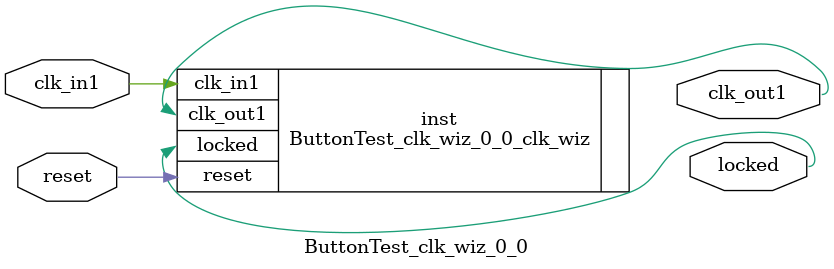
<source format=v>


`timescale 1ps/1ps

(* CORE_GENERATION_INFO = "ButtonTest_clk_wiz_0_0,clk_wiz_v6_0_10_0_0,{component_name=ButtonTest_clk_wiz_0_0,use_phase_alignment=false,use_min_o_jitter=false,use_max_i_jitter=false,use_dyn_phase_shift=false,use_inclk_switchover=false,use_dyn_reconfig=false,enable_axi=0,feedback_source=FDBK_AUTO,PRIMITIVE=MMCM,num_out_clk=1,clkin1_period=10.000,clkin2_period=10.000,use_power_down=false,use_reset=true,use_locked=true,use_inclk_stopped=false,feedback_type=SINGLE,CLOCK_MGR_TYPE=NA,manual_override=false}" *)

module ButtonTest_clk_wiz_0_0 
 (
  // Clock out ports
  output        clk_out1,
  // Status and control signals
  input         reset,
  output        locked,
 // Clock in ports
  input         clk_in1
 );

  ButtonTest_clk_wiz_0_0_clk_wiz inst
  (
  // Clock out ports  
  .clk_out1(clk_out1),
  // Status and control signals               
  .reset(reset), 
  .locked(locked),
 // Clock in ports
  .clk_in1(clk_in1)
  );

endmodule

</source>
